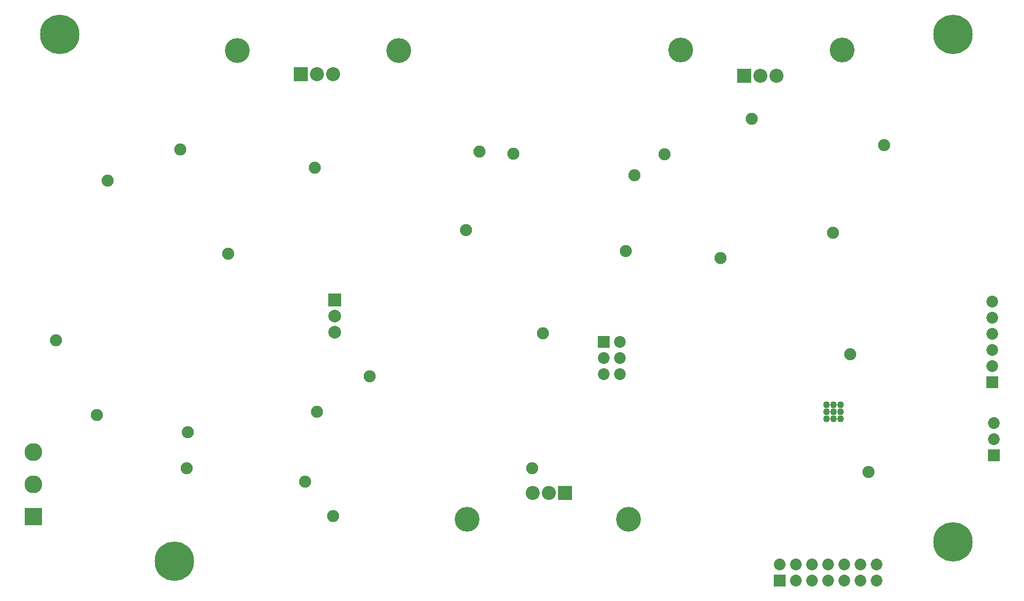
<source format=gbs>
G04 Layer_Color=16711935*
%FSLAX44Y44*%
%MOMM*%
G71*
G01*
G75*
%ADD135C,3.9032*%
%ADD136C,2.2032*%
%ADD137R,2.2032X2.2032*%
%ADD138C,1.8532*%
%ADD139R,1.8532X1.8532*%
%ADD140C,1.9032*%
%ADD141R,1.8532X1.8532*%
%ADD142R,2.8032X2.8032*%
%ADD143C,2.8032*%
%ADD144R,2.0032X2.0032*%
%ADD145C,2.0032*%
%ADD146C,6.2032*%
%ADD147C,1.1032*%
D135*
X1113000Y938000D02*
D03*
X1367000D02*
D03*
X1810600Y939000D02*
D03*
X2064600D02*
D03*
X1728400Y200000D02*
D03*
X1474400D02*
D03*
D136*
X1263400Y901000D02*
D03*
X1238000D02*
D03*
X1961000Y898000D02*
D03*
X1935600D02*
D03*
X1578000Y241000D02*
D03*
X1603400D02*
D03*
D137*
X1212600Y901000D02*
D03*
X1910200Y898000D02*
D03*
X1628800Y241000D02*
D03*
D138*
X2119200Y128400D02*
D03*
Y103000D02*
D03*
X2093800Y128400D02*
D03*
Y103000D02*
D03*
X2068400Y128400D02*
D03*
Y103000D02*
D03*
X1966800Y128400D02*
D03*
X1992200Y103000D02*
D03*
Y128400D02*
D03*
X2017600Y103000D02*
D03*
Y128400D02*
D03*
X2043000Y103000D02*
D03*
Y128400D02*
D03*
X2301000Y441600D02*
D03*
Y467000D02*
D03*
Y492400D02*
D03*
Y517800D02*
D03*
Y543200D02*
D03*
X1715400Y428600D02*
D03*
X1690000D02*
D03*
X1715400Y454000D02*
D03*
X1690000D02*
D03*
X1715400Y479400D02*
D03*
X2303000Y351400D02*
D03*
Y326000D02*
D03*
D139*
X1966800Y103000D02*
D03*
D140*
X1873000Y611000D02*
D03*
X2050000Y651000D02*
D03*
X1577000Y280000D02*
D03*
X1547000Y776000D02*
D03*
X828000Y482000D02*
D03*
X1099000Y618000D02*
D03*
X1494000Y779000D02*
D03*
X1220000Y259000D02*
D03*
X1238000Y369000D02*
D03*
X1321000Y425000D02*
D03*
X1785000Y775000D02*
D03*
X1922000Y831000D02*
D03*
X2131000Y789000D02*
D03*
X2105750Y274750D02*
D03*
X1264000Y205000D02*
D03*
X1235000Y754000D02*
D03*
X1023500Y782500D02*
D03*
X1594000Y493000D02*
D03*
X1738000Y742000D02*
D03*
X1473000Y655000D02*
D03*
X909000Y733000D02*
D03*
X892000Y364000D02*
D03*
X1724000Y622000D02*
D03*
X2077000Y460000D02*
D03*
X1033000Y280000D02*
D03*
X1035000Y337000D02*
D03*
D141*
X2301000Y416200D02*
D03*
X1690000Y479400D02*
D03*
X2303000Y300600D02*
D03*
D142*
X792000Y204200D02*
D03*
D143*
Y255000D02*
D03*
Y305800D02*
D03*
D144*
X1266000Y545400D02*
D03*
D145*
Y520000D02*
D03*
Y494600D02*
D03*
D146*
X834000Y964000D02*
D03*
X2239000D02*
D03*
Y164000D02*
D03*
X1014000Y134000D02*
D03*
D147*
X2040000Y380000D02*
D03*
X2051000D02*
D03*
X2062000D02*
D03*
X2040000Y369000D02*
D03*
X2051000D02*
D03*
X2062000D02*
D03*
X2040000Y358000D02*
D03*
X2051000D02*
D03*
X2062000D02*
D03*
M02*

</source>
